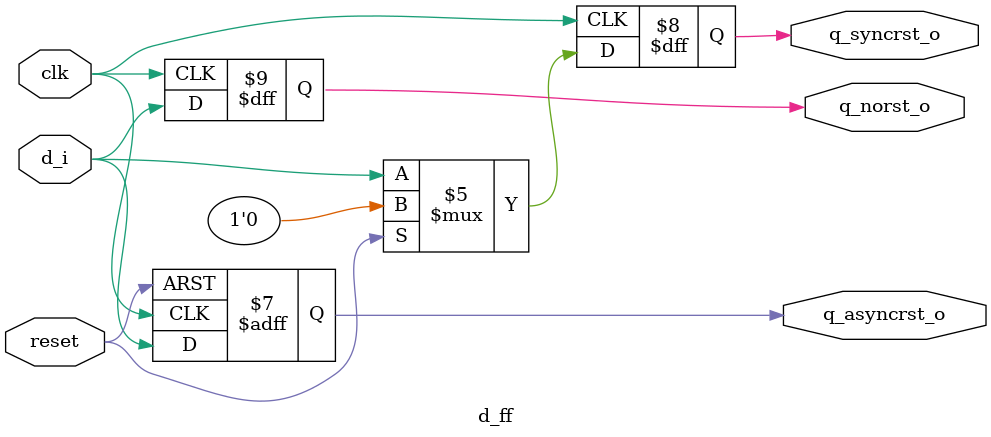
<source format=sv>

module d_ff(
  input     logic      clk,
  input     logic      reset,

  input     logic      d_i,

  output    logic      q_norst_o,
  output    logic      q_syncrst_o,
  output    logic      q_asyncrst_o
);
  
  always@(posedge clk) begin
    q_norst_o<=d_i;
  end
    
  //Synchronous FF
  always @(posedge clk) begin
    if(reset)
      q_syncrst_o<=0;
    else
      q_syncrst_o<=d_i;
  end
  
  //Asynchronous FF
  always@(posedge clk or posedge reset) begin
    if(reset)
      q_asyncrst_o<=0;
    else
      q_asyncrst_o<=d_i;
  end
endmodule

</source>
